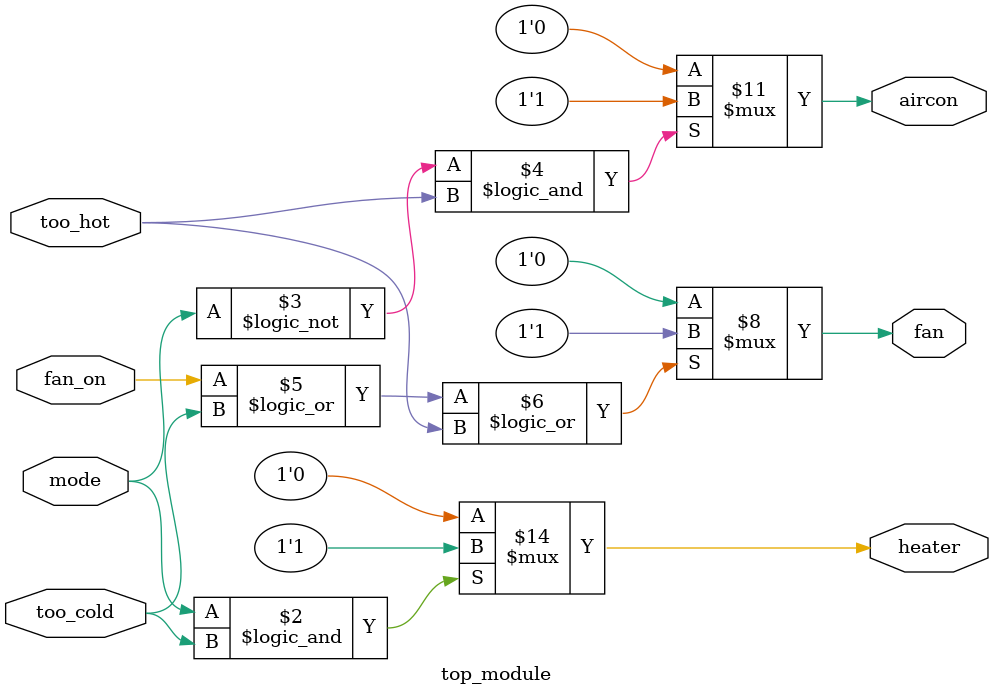
<source format=sv>
module top_module(
    input mode,
    input too_cold, 
    input too_hot,
    input fan_on,
    output reg heater,
    output reg aircon,
    output reg fan
);

always @(*) begin
    if (mode && too_cold)
        heater <= 1;
    else
        heater <= 0;

    if (!mode && too_hot)
        aircon <= 1;
    else
        aircon <= 0;

    if (fan_on || too_cold || too_hot)
        fan <= 1;
    else
        fan <= 0;
end

endmodule

</source>
